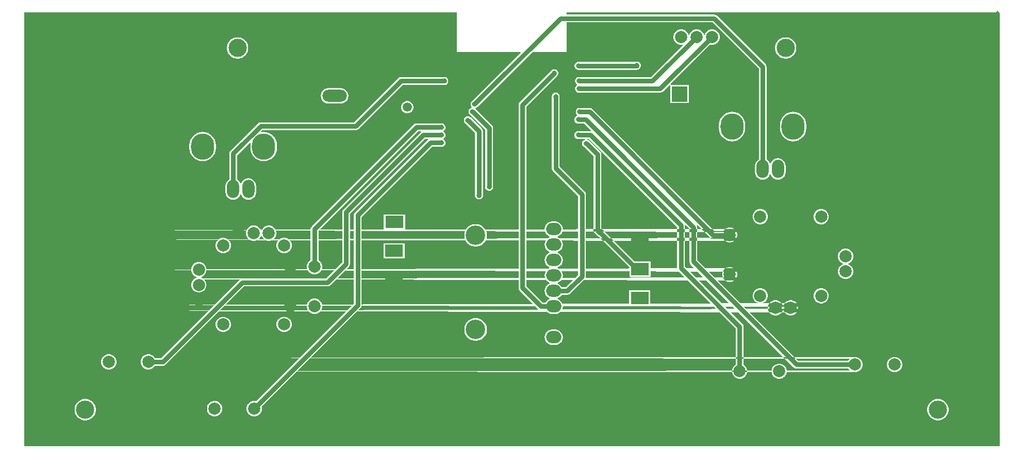
<source format=gbl>
%FSTAX24Y24*%
%MOMM*%
%SFA1B1*%

%IPPOS*%
%ADD19C,0.759998*%
%ADD20O,2.499995X1.999996*%
%ADD21C,3.199994*%
%ADD22C,1.999996*%
%ADD23C,1.999996*%
%ADD24R,2.499995X2.499995*%
%ADD25C,2.499995*%
%ADD26C,1.499997*%
%ADD27O,3.999992X1.999996*%
%ADD28O,1.999996X3.999992*%
%ADD29O,3.809992X4.319991*%
%ADD30O,1.999996X2.999994*%
%ADD31R,2.999994X1.999996*%
%ADD32C,2.999994*%
%ADD33C,0.799998*%
%LNpcb-1*%
%LPD*%
G36*
X1601499Y712499D02*
Y0D01*
X0*
Y713699*
X710299*
Y648699*
X814399*
X814899Y647499*
X735299Y567999*
X735099Y567799*
X733899Y566599*
X732999Y565099*
X732599Y563499*
Y561699*
X732999Y560099*
X733899Y558599*
X734599Y557899*
X734199Y556499*
X733299Y556199*
X731799Y555399*
X730599Y554199*
X729699Y552699*
X729299Y550999*
Y549299*
X729699Y547599*
X730599Y5461*
X731799Y544899*
X733299Y543999*
X756599Y520799*
Y427599*
X756499Y427299*
Y425599*
X756999Y423899*
X757799Y422399*
X759099Y421199*
X760499Y420399*
X762199Y419899*
X763899*
X765599Y420399*
X767099Y421199*
X768299Y422399*
X769199Y423899*
X769599Y425599*
Y427299*
X769499Y427599*
Y523399*
X768999Y525899*
X767599Y527999*
X741199Y554499*
X740599Y554899*
X740799Y556299*
X741699Y556499*
X743199Y557399*
X744399Y558599*
X744499Y5588*
X834399Y648699*
X890299*
Y697099*
X1130199*
X1205899Y621399*
Y471799*
X1203399Y4699*
X1201399Y467299*
X1200099Y464199*
X1199699Y460899*
Y450899*
X1200099Y447699*
X1201399Y444599*
X1203399Y441999*
X1205999Y439999*
X1209099Y438699*
X1212299Y438299*
X1215599Y438699*
X1218699Y439999*
X1221299Y441999*
X1223299Y444599*
X1224099Y446499*
X1225499*
X1226299Y444599*
X1228299Y441999*
X1230899Y439999*
X1233999Y438699*
X1237199Y438299*
X1240499Y438699*
X1243599Y439999*
X1246199Y441999*
X1248199Y444599*
X1249499Y447699*
X1249899Y450899*
Y460899*
X1249499Y464199*
X1248199Y467299*
X1246199Y4699*
X1243599Y471899*
X1240499Y473099*
X1237199Y473599*
X1233999Y473099*
X1230899Y471899*
X1228299Y4699*
X1226299Y467299*
X1225499Y465299*
X1224099*
X1223299Y467299*
X1221299Y4699*
X1218799Y471799*
Y624099*
X1218299Y626599*
X1216899Y628699*
X1137399Y708199*
X1135299Y709599*
X1132799Y710099*
X890299*
Y713699*
X1595099*
X1597699Y716299*
X1601499Y712499*
G37*
%LNpcb-2*%
%LPC*%
G36*
X1130699Y685599D02*
X1127399D01*
X1124199Y684799*
X1121299Y683099*
X1118999Y680799*
X1117299Y677899*
X1116999Y676599*
X1115699*
X1115299Y677899*
X1113699Y680799*
X1111299Y683099*
X1108499Y684799*
X1105299Y685599*
X1101999*
X1098799Y684799*
X1095899Y683099*
X1093599Y680799*
X1091899Y677899*
X1091599Y676599*
X1090299*
X1089899Y677899*
X1088299Y680799*
X1085899Y683099*
X1083099Y684799*
X1079899Y685599*
X1076599*
X1073399Y684799*
X1070499Y683099*
X1068199Y680799*
X1066499Y677899*
X1065699Y674799*
Y671399*
X1066499Y668299*
X1068199Y665399*
X1070499Y663099*
X1073399Y661399*
X1076599Y660599*
X1079899*
X1080299Y660699*
X1080999Y659599*
X1028599Y607199*
X911899*
X911799*
X911499*
X909699*
X908099Y606799*
X906599Y605899*
X905399Y604699*
X904499Y603199*
X903999Y601599*
Y599799*
X904499Y598199*
X905399Y596699*
X906599Y595499*
X907199Y595099*
Y593599*
X906599Y593199*
X905399Y591999*
X904499Y590499*
X903999Y588899*
Y587099*
X904499Y585499*
X905399Y583999*
X906599Y582799*
X908099Y581899*
X909699Y581499*
X911499*
X911699*
X1043899*
X1046399Y581999*
X1048499Y583399*
X1059399Y594299*
X1060599Y593799*
Y593199*
Y564199*
X1090699*
Y594299*
X1061799*
X1061099*
X1060599Y595499*
X1125999Y660899*
X1127399Y660599*
X1130699*
X1133899Y661399*
X1136699Y663099*
X1139099Y665399*
X1140699Y668299*
X1141599Y671399*
Y674799*
X1140699Y677899*
X1139099Y680799*
X1136699Y683099*
X1133899Y684799*
X1130699Y685599*
G37*
G36*
X1251699Y672499D02*
X1248299D01*
X1244899Y671899*
X1241699Y670499*
X1238799Y668599*
X1236399Y666199*
X1234499Y663299*
X1233099Y660099*
X1232499Y656699*
Y653299*
X1233099Y649899*
X1234499Y646699*
X1236399Y643799*
X1238799Y641399*
X1241699Y639499*
X1244899Y638099*
X1248299Y637499*
X1251699*
X1255099Y638099*
X1258299Y639499*
X1261199Y641399*
X1263599Y643799*
X1265499Y646699*
X1266899Y649899*
X1267499Y653299*
Y656699*
X1266899Y660099*
X1265499Y663299*
X1263599Y666199*
X1261199Y668599*
X1258299Y670499*
X1255099Y671899*
X1251699Y672499*
G37*
G36*
X351699D02*
X348299D01*
X344899Y671899*
X341699Y670499*
X338799Y668599*
X336399Y666199*
X334499Y663299*
X333099Y660099*
X332499Y656699*
Y653299*
X333099Y649899*
X334499Y646699*
X336399Y643799*
X338799Y641399*
X341699Y639499*
X344899Y638099*
X348299Y637499*
X351699*
X355099Y638099*
X358299Y639499*
X361199Y641399*
X363599Y643799*
X365499Y646699*
X366899Y649899*
X367499Y653299*
Y656699*
X366899Y660099*
X365499Y663299*
X363599Y666199*
X361199Y668599*
X358299Y670499*
X355099Y671899*
X351699Y672499*
G37*
G36*
X1006699Y632599D02*
X1004999D01*
X10033Y632199*
X1003099Y632099*
X910899*
X910699*
X908899*
X907299Y631699*
X905799Y630799*
X904599Y629599*
X903699Y628099*
X903299Y626499*
Y624699*
X903699Y623099*
X904599Y621599*
X905799Y620399*
X907299Y619499*
X908899Y619099*
X910699*
X910899*
X1005199*
X1007699Y619599*
X1008299Y619999*
X1008399*
X1009899Y620899*
X1011099Y622099*
X1011899Y623599*
X1012399Y625199*
Y626999*
X1011899Y628599*
X1011099Y630099*
X1009899Y631299*
X1008399Y632199*
X1006699Y632599*
G37*
G36*
X690499Y607199D02*
X688699D01*
X688499*
X618499*
X615999Y606699*
X613899Y605299*
X541399Y532799*
X388099*
X385599Y532299*
X383499Y530899*
X338299Y485799*
X336899Y483699*
X336399Y481199*
Y438699*
X333999Y436899*
X331899Y434199*
X330699Y431199*
X330299Y427899*
Y417899*
X330699Y414599*
X331899Y411599*
X333999Y408999*
X336599Y406999*
X339599Y405699*
X3429Y405299*
X346199Y405699*
X349199Y406999*
X351799Y408999*
X353899Y411599*
X354699Y413499*
X355999*
X356799Y411599*
X358799Y408999*
X361499Y406999*
X364499Y405699*
X367799Y405299*
X371099Y405699*
X374099Y406999*
X376699Y408999*
X378699Y411599*
X379999Y414599*
X380399Y417899*
Y427899*
X379999Y431199*
X378699Y434199*
X376699Y436899*
X374099Y438899*
X371099Y440099*
X367799Y440599*
X364499Y440099*
X361499Y438899*
X358799Y436899*
X356799Y434199*
X355999Y432299*
X354699*
X353899Y434199*
X351799Y436899*
X349399Y438699*
Y478499*
X370399Y499499*
X371599Y498899*
X371199Y4953*
Y490199*
X371699Y485999*
X372899Y481899*
X374899Y478199*
X377599Y474899*
X380899Y472199*
X384599Y470199*
X388699Y468899*
X392899Y468499*
X397199Y468899*
X401199Y470199*
X404999Y472199*
X408299Y474899*
X410999Y478199*
X412999Y481899*
X414199Y485999*
X414599Y490199*
Y4953*
X414199Y499499*
X412999Y503599*
X410999Y507399*
X408299Y510599*
X404999Y513299*
X401199Y515299*
X397199Y516599*
X392899Y516999*
X389299Y516599*
X388699Y517899*
X390699Y519899*
X544099*
X546599Y520399*
X548699Y521799*
X621199Y594199*
X688499*
X688699*
X690499*
X692099Y594599*
X693599Y595499*
X694799Y596699*
X695699Y598199*
X696099Y599799*
Y601599*
X695699Y603199*
X694799Y604699*
X693599Y605899*
X692099Y606799*
X690499Y607199*
G37*
G36*
X519299Y588899D02*
X499299D01*
X495999Y588499*
X492899Y587199*
X490299Y585199*
X488299Y582599*
X487099Y579499*
X486599Y576299*
X487099Y572999*
X488299Y569899*
X490299Y567299*
X492899Y565299*
X495999Y564099*
X499299Y563599*
X519299*
X522499Y564099*
X525599Y565299*
X528199Y567299*
X530199Y569899*
X531499Y572999*
X531899Y576299*
X531499Y579499*
X530199Y582599*
X528199Y585199*
X525599Y587199*
X522499Y588499*
X519299Y588899*
G37*
G36*
X629999Y567599D02*
X627299D01*
X624799Y566899*
X622499Y565599*
X620599Y563699*
X619299Y561399*
X618599Y558899*
Y556199*
X619299Y553699*
X620599Y551399*
X622499Y549499*
X624799Y548199*
X627299Y547499*
X629999*
X632499Y548199*
X634799Y549499*
X636699Y551399*
X637999Y553699*
X638699Y556199*
Y558899*
X637999Y561399*
X636699Y563699*
X634799Y565599*
X632499Y566899*
X629999Y567599*
G37*
G36*
X912699Y556499D02*
X910999D01*
X909299Y555999*
X907799Y555099*
X906599Y553899*
X905799Y552399*
X905299Y550799*
Y548999*
X905799Y547399*
X906599Y545899*
X907799Y544699*
Y544399*
X907599Y543399*
X906999Y543199*
X905499Y542399*
X904299Y541099*
X903499Y539599*
X902999Y537999*
Y536299*
X903499Y534599*
X904299Y533099*
X905499Y531899*
X906999Y530999*
X908699Y530599*
X910399*
X910999Y530699*
X918799*
X930199Y519299*
X930099Y519099*
X929499Y518299*
X911899*
X910999Y518099*
X910399Y518299*
X908699*
X906999Y517799*
X905499Y516999*
X904299Y515699*
X903499Y514199*
X902999Y512599*
Y510899*
X903499Y509199*
X904299Y507699*
X905499Y506499*
X906999Y505599*
X908699Y505199*
X910399*
X911399Y505399*
X911899Y505299*
X920399*
X920599Y504099*
X919699Y503799*
X918199Y502999*
X916999Y501799*
X916199Y500299*
X915699Y498599*
Y496899*
X916199Y495199*
X916999Y493699*
X918199Y492499*
X919699Y491699*
X920499Y491399*
X934599Y477399*
Y354999*
X935099Y352499*
X936499Y350399*
X940999Y345899*
X943099Y344499*
X993399Y294199*
Y278299*
X1028499*
Y303399*
X1002499*
X950799Y355099*
X948699Y356499*
X947499Y357699*
Y480099*
X947099Y482499*
X945599Y484599*
X927899Y502399*
X925799Y503799*
X924499Y504099*
X924699Y505299*
X926999*
X1071799Y360499*
Y292999*
X1072199Y290499*
X1073699Y288399*
X1167999Y194099*
Y133899*
X1166799Y133199*
X1164499Y130899*
X1162799Y127999*
X1161999Y124799*
Y121499*
X1162799Y118299*
X1164499Y115499*
X1166799Y113199*
X1169699Y111499*
X1172899Y110599*
X1176199*
X1179399Y111499*
X1182199Y113199*
X1184599Y115499*
X1186199Y118299*
X1187099Y121499*
Y124799*
X1186199Y127999*
X1184599Y130899*
X1182199Y133199*
X1180999Y133899*
Y196699*
X1180499Y199199*
X1179099Y201299*
X1084699Y295699*
Y362999*
X1085499Y363699*
X1085799Y363799*
X1092099Y357499*
Y303499*
X1092599Y301099*
X1093999Y298999*
X1263399Y129499*
X1265499Y128099*
X1267999Y127599*
X1352999*
X1353699Y126399*
X1356099Y123999*
X13589Y122399*
X1362099Y121499*
X1365399*
X1368599Y122399*
X1371499Y123999*
X1373799Y126399*
X1375399Y129199*
X1376299Y132399*
Y135699*
X1375399Y138899*
X1373799Y141799*
X1371499Y144099*
X1368599Y145799*
X1365399Y146599*
X1362099*
X13589Y145799*
X1356099Y144099*
X1353699Y141799*
X1352999Y140499*
X1270699*
X1104999Y306199*
Y360099*
X1104499Y362599*
X1104199Y363099*
X1105199Y363999*
X1126399Y342799*
X1128499Y341399*
X1130899Y340899*
X1147599*
X1148299Y339699*
X1150599Y337299*
X1153499Y335699*
X1156699Y334799*
X1159999*
X1163199Y335699*
X1165999Y337299*
X11684Y339699*
X1169999Y342499*
X1170899Y345699*
Y348999*
X1169999Y352199*
X11684Y355099*
X1165999Y357399*
X1163199Y358999*
X1159999Y359899*
X1156699*
X1153499Y358999*
X1150599Y357399*
X1148299Y355099*
X1147599Y353799*
X1133599*
X932899Y554499*
X930799Y555899*
X928399Y556399*
X912999*
X912699Y556499*
G37*
G36*
X1262399Y549999D02*
X1258099Y549599D01*
X1254099Y548399*
X1250299Y546399*
X1246999Y543699*
X1244299Y540399*
X1242299Y536599*
X1241099Y532599*
X1240699Y528299*
Y523199*
X1241099Y518999*
X1242299Y514899*
X1244299Y511199*
X1246999Y507899*
X1250299Y505199*
X1254099Y503199*
X1258099Y501999*
X1262399Y501499*
X1266599Y501999*
X1270699Y503199*
X1274399Y505199*
X1277699Y507899*
X1280399Y511199*
X1282399Y514899*
X1283699Y518999*
X1284099Y523199*
Y528299*
X1283699Y532599*
X1282399Y536599*
X1280399Y540399*
X1277699Y543699*
X1274399Y546399*
X1270699Y548399*
X1266599Y549599*
X1262399Y549999*
G37*
G36*
X1162099D02*
X1157799Y549599D01*
X1153699Y548399*
X1149999Y546399*
X1146699Y543699*
X1143999Y540399*
X1141999Y536599*
X1140799Y532599*
X1140399Y528299*
Y523199*
X1140799Y518999*
X1141999Y514899*
X1143999Y511199*
X1146699Y507899*
X1149999Y505199*
X1153699Y503199*
X1157799Y501999*
X1162099Y501499*
X1166299Y501999*
X1170399Y503199*
X1174099Y505199*
X1177399Y507899*
X1180099Y511199*
X1182099Y514899*
X1183299Y518999*
X1183699Y523199*
Y528299*
X1183299Y532599*
X1182099Y536599*
X1180099Y540399*
X1177399Y543699*
X1174099Y546399*
X1170399Y548399*
X1166299Y549599*
X1162099Y549999*
G37*
G36*
X684499Y530999D02*
X643899D01*
X641399Y530499*
X639299Y529099*
X471799Y361599*
X470399Y359499*
X4699Y356999*
Y305899*
X468699Y305199*
X466399Y302899*
X464699Y299999*
X463799Y296899*
Y293499*
X464699Y290399*
X466399Y287499*
X468699Y285199*
X471499Y283499*
X474699Y282699*
X477999*
X481199Y283499*
X484099Y285199*
X486399Y287499*
X488099Y290399*
X488899Y293499*
Y296899*
X488099Y299999*
X486399Y302899*
X484099Y305199*
X482899Y305899*
Y354299*
X646599Y517999*
X650899*
X651299Y516799*
X650699Y516399*
X523699Y389399*
X522299Y387299*
X521799Y384799*
Y302399*
X495199Y275699*
X358099*
X355699Y275199*
X353599Y273799*
X224599Y144899*
X214199*
X213499Y146099*
X211099Y148499*
X208299Y150099*
X205099Y150999*
X201799*
X198599Y150099*
X195699Y148499*
X193399Y146099*
X191699Y143299*
X190899Y140099*
Y136799*
X191699Y133599*
X193399Y130699*
X195699Y128399*
X198599Y126699*
X201799Y125899*
X205099*
X208299Y126699*
X211099Y128399*
X213499Y130699*
X214199Y131999*
X227299*
X229799Y132399*
X231899Y133899*
X360799Y262799*
X497799*
X500299Y263299*
X502399Y264699*
X532899Y295099*
X534299Y297199*
X534799Y299699*
Y382099*
X657999Y505299*
X662399*
X662699Y504099*
X662199Y503699*
X542799Y384299*
X541399Y382199*
X540899Y379699*
Y234299*
X380399Y073899*
X379099Y074199*
X375799*
X372599Y073399*
X369699Y071699*
X367399Y069399*
X365699Y066499*
X364899Y063299*
Y059999*
X365699Y056799*
X367399Y053999*
X369699Y051599*
X372599Y049999*
X375799Y049099*
X379099*
X382299Y049999*
X385099Y051599*
X387499Y053999*
X389099Y056799*
X389999Y059999*
Y063299*
X389599Y064699*
X551899Y227099*
X553399Y229199*
X553799Y231599*
Y376999*
X669399Y492599*
X683299*
X684199Y492399*
X685899*
X687499Y492899*
X688999Y493699*
X690199Y494899*
X691099Y496399*
X691599Y498099*
Y499799*
X691099Y501499*
X690199Y502999*
X688999Y504199*
X688399Y504599*
Y505999*
X688999Y506399*
X690199Y507599*
X691099Y509099*
X691599Y510799*
Y512499*
X691099Y514199*
X690199Y515699*
X688999Y516899*
X688399Y517299*
Y518699*
X688999Y519099*
X690199Y520299*
X691099Y521799*
X691599Y523499*
Y525199*
X691099Y526899*
X690199Y528399*
X688999Y529599*
X687499Y530399*
X685899Y530899*
X684999*
X684499Y530999*
G37*
G36*
X292599Y516999D02*
X288399Y516599D01*
X284299Y515299*
X280599Y513299*
X277299Y510599*
X274599Y507399*
X272599Y503599*
X271299Y499499*
X270899Y4953*
Y490199*
X271299Y485999*
X272599Y481899*
X274599Y478199*
X277299Y474899*
X280599Y472199*
X284299Y470199*
X288399Y468899*
X292599Y468499*
X296799Y468899*
X300899Y470199*
X304699Y472199*
X307899Y474899*
X310599Y478199*
X312699Y481899*
X313899Y485999*
X314299Y490199*
Y4953*
X313899Y499499*
X312699Y503599*
X310599Y507399*
X307899Y510599*
X304699Y513299*
X300899Y515299*
X296799Y516599*
X292599Y516999*
G37*
G36*
X729099Y542699D02*
X727299D01*
X725699Y542299*
X724199Y541399*
X722999Y540199*
X722099Y538699*
X721699Y536999*
Y535299*
X722099Y533599*
X722999Y532199*
X724199Y530899*
X725699Y530099*
X740099Y515699*
Y413599*
X739999Y413399*
Y411599*
X740499Y409999*
X741299Y408499*
X742499Y407299*
X743999Y4064*
X745699Y405999*
X747399*
X749099Y4064*
X750599Y407299*
X751799Y408499*
X752699Y409999*
X753099Y411599*
Y413399*
X752999Y413599*
Y518399*
X752499Y520799*
X751099Y522899*
X733599Y540499*
X731499Y541899*
X731199Y541999*
X730699Y542299*
X729099Y542699*
G37*
G36*
X1309999Y389899D02*
X1306699D01*
X1303499Y388999*
X1300599Y387399*
X1298299Y385099*
X1296599Y382199*
X1295799Y378999*
Y375699*
X1296599Y372499*
X1298299Y369699*
X1300599Y367299*
X1303499Y365699*
X1306699Y364799*
X1309999*
X1313199Y365699*
X1315999Y367299*
X1318399Y369699*
X1319999Y372499*
X1320899Y375699*
Y378999*
X1319999Y382199*
X1318399Y385099*
X1315999Y387399*
X1313199Y388999*
X1309999Y389899*
G37*
G36*
X1209999D02*
X1206699D01*
X1203499Y388999*
X1200599Y387399*
X1198299Y385099*
X1196599Y382199*
X1195799Y378999*
Y375699*
X1196599Y372499*
X1198299Y369699*
X1200599Y367299*
X1203499Y365699*
X1206699Y364799*
X1209999*
X1213199Y365699*
X1215999Y367299*
X1218399Y369699*
X1219999Y372499*
X1220899Y375699*
Y378999*
X1219999Y382199*
X1218399Y385099*
X1215999Y387399*
X1213199Y388999*
X1209999Y389899*
G37*
G36*
X625199Y381199D02*
X590099D01*
Y356099*
X625199*
Y381199*
G37*
G36*
X402999Y362699D02*
X399699D01*
X396499Y361899*
X3937Y360199*
X391399Y357899*
X389699Y354999*
X389499Y354399*
X388299*
X388099Y354999*
X386399Y357899*
X384099Y360199*
X381199Y361899*
X377999Y362699*
X374699*
X371499Y361899*
X368699Y360199*
X366399Y357899*
X364699Y354999*
X363799Y351899*
Y348499*
X364699Y345399*
X366399Y342499*
X368699Y340199*
X371499Y338499*
X374699Y337699*
X377999*
X381199Y338499*
X384099Y340199*
X386399Y342499*
X388099Y345399*
X388299Y345999*
X389499*
X389699Y345399*
X391399Y342499*
X3937Y340199*
X396499Y338499*
X399699Y337699*
X402999*
X406199Y338499*
X409099Y340199*
X411399Y342499*
X413099Y345399*
X413899Y348499*
Y351899*
X413099Y354999*
X411399Y357899*
X409099Y360199*
X406199Y361899*
X402999Y362699*
G37*
G36*
X742799Y365199D02*
X739099D01*
X735499Y364499*
X732199Y363099*
X729099Y361099*
X726499Y358499*
X724499Y355499*
X723099Y352099*
X722399Y348499*
Y344899*
X723099Y341299*
X724499Y337899*
X726499Y334899*
X729099Y332299*
X732199Y330299*
X735499Y328899*
X739099Y328099*
X742799*
X746299Y328899*
X749699Y330299*
X752799Y332299*
X755299Y334899*
X757399Y337899*
X758799Y341299*
X759499Y344899*
Y348499*
X758799Y352099*
X757399Y355499*
X755299Y358499*
X752799Y361099*
X749699Y363099*
X746299Y364499*
X742799Y365199*
G37*
G36*
X427999Y342699D02*
X424699D01*
X421499Y341899*
X418699Y340199*
X416399Y337899*
X414699Y334999*
X413799Y331899*
Y328499*
X414699Y325399*
X416399Y322499*
X418699Y320199*
X421499Y318499*
X424699Y317699*
X427999*
X431199Y318499*
X434099Y320199*
X436399Y322499*
X438099Y325399*
X438899Y328499*
Y331899*
X438099Y334999*
X436399Y337899*
X434099Y340199*
X431199Y341899*
X427999Y342699*
G37*
G36*
X327999D02*
X324699D01*
X321499Y341899*
X318699Y340199*
X316399Y337899*
X314699Y334999*
X313899Y331899*
Y328499*
X314699Y325399*
X316399Y322499*
X318699Y320199*
X321499Y318499*
X324699Y317699*
X327999*
X331199Y318499*
X334099Y320199*
X336399Y322499*
X338099Y325399*
X338899Y328499*
Y331899*
X338099Y334999*
X336399Y337899*
X334099Y340199*
X331199Y341899*
X327999Y342699*
G37*
G36*
X624599Y333799D02*
X589499D01*
Y308799*
X624599*
Y333799*
G37*
G36*
X1349999Y324899D02*
X1346699D01*
X1343499Y323999*
X1340599Y322399*
X1338299Y320099*
X1336599Y317199*
X1335799Y313999*
Y310699*
X1336599Y307499*
X1338299Y304699*
X1340599Y302299*
X1343499Y300699*
X1344199Y300499*
Y299199*
X1343499Y298999*
X1340599Y297399*
X1338299Y294999*
X1336599Y292199*
X1335799Y288999*
Y285699*
X1336599Y282499*
X1338299Y279699*
X1340599Y277299*
X1343499Y275699*
X1346699Y274799*
X1349999*
X1353199Y275699*
X1355999Y277299*
X1358399Y279699*
X1359999Y282499*
X1360899Y285699*
Y288999*
X1359999Y292199*
X1358399Y294999*
X1355999Y297399*
X1353199Y298999*
X1352499Y299199*
Y300499*
X1353199Y300699*
X1355999Y302299*
X1358399Y304699*
X1359999Y307499*
X1360899Y310699*
Y313999*
X1359999Y317199*
X1358399Y320099*
X1355999Y322399*
X1353199Y323999*
X1349999Y324899*
G37*
G36*
X1159999Y294899D02*
X1156699D01*
X1153499Y293999*
X1150599Y292399*
X1148299Y289999*
X1146599Y287199*
X1145799Y283999*
Y280699*
X1146599Y277499*
X1148299Y274699*
X1150599Y272299*
X1153499Y270699*
X1156699Y269799*
X1159999*
X1163199Y270699*
X1165999Y272299*
X11684Y274699*
X1169999Y277499*
X1170899Y280699*
Y283999*
X1169999Y287199*
X11684Y289999*
X1165999Y292399*
X1163199Y293999*
X1159999Y294899*
G37*
G36*
X287999Y302699D02*
X284699D01*
X281499Y301899*
X278699Y300199*
X276399Y297899*
X274699Y294999*
X273799Y291899*
Y288499*
X274699Y285399*
X276399Y282499*
X278699Y280199*
X281499Y278499*
X282199Y278299*
Y277099*
X281499Y276899*
X278699Y275199*
X276399Y272899*
X274699Y269999*
X273799Y266899*
Y263499*
X274699Y260399*
X276399Y257499*
X278699Y255199*
X281499Y253499*
X284699Y252699*
X287999*
X291199Y253499*
X294099Y255199*
X296399Y257499*
X298099Y260399*
X298899Y263499*
Y266899*
X298099Y269999*
X296399Y272899*
X294099Y275199*
X291199Y276899*
X290599Y277099*
Y278299*
X291199Y278499*
X294099Y280199*
X296399Y282499*
X298099Y285399*
X298899Y288499*
Y291899*
X298099Y294999*
X296399Y297899*
X294099Y300199*
X291199Y301899*
X287999Y302699*
G37*
G36*
X1309999Y259899D02*
X1306699D01*
X1303499Y258999*
X1300599Y257399*
X1298299Y255099*
X1296599Y252199*
X1295799Y248999*
Y245699*
X1296599Y242499*
X1298299Y239699*
X1300599Y237299*
X1303499Y235699*
X1306699Y234799*
X1309999*
X1313199Y235699*
X1315999Y237299*
X1318399Y239699*
X1319999Y242499*
X1320899Y245699*
Y248999*
X1319999Y252199*
X1318399Y255099*
X1315999Y257399*
X1313199Y258999*
X1309999Y259899*
G37*
G36*
X1209999D02*
X1206699D01*
X1203499Y258999*
X1200599Y257399*
X1198299Y255099*
X1196599Y252199*
X1195799Y248999*
Y245699*
X1196599Y242499*
X1198299Y239699*
X1200599Y237299*
X1203499Y235699*
X1206699Y234799*
X1209999*
X1213199Y235699*
X1215999Y237299*
X1218399Y239699*
X1219999Y242499*
X1220899Y245699*
Y248999*
X1219999Y252199*
X1218399Y255099*
X1215999Y257399*
X1213199Y258999*
X1209999Y259899*
G37*
G36*
X1259999Y239899D02*
X1256699D01*
X1253499Y238999*
X1250599Y237399*
X1248299Y235099*
X1246599Y232199*
X1246499Y231499*
X1245199*
X1244999Y232199*
X1243399Y235099*
X1240999Y237399*
X1238199Y238999*
X1234999Y239899*
X1231699*
X1228499Y238999*
X1225599Y237399*
X1223299Y235099*
X1221599Y232199*
X1220799Y228999*
Y225699*
X1221599Y222499*
X1223299Y219699*
X1225599Y217299*
X1228499Y215699*
X1231699Y214799*
X1234999*
X1238199Y215699*
X1240999Y217299*
X1243399Y219699*
X1244999Y222499*
X1245199Y223199*
X1246499*
X1246599Y222499*
X1248299Y219699*
X1250599Y217299*
X1253499Y215699*
X1256699Y214799*
X1259999*
X1263199Y215699*
X1265999Y217299*
X1268399Y219699*
X127Y222499*
X1270899Y225699*
Y228999*
X127Y232199*
X1268399Y235099*
X1265999Y237399*
X1263199Y238999*
X1259999Y239899*
G37*
G36*
X1027799Y256099D02*
X992799D01*
Y230999*
X1027799*
Y256099*
G37*
G36*
X477999Y242699D02*
X474699D01*
X471499Y241899*
X468699Y240199*
X466399Y237899*
X464699Y234999*
X463799Y231899*
Y228499*
X464699Y225399*
X466399Y222499*
X468699Y220199*
X471499Y218499*
X474699Y217699*
X477999*
X481199Y218499*
X484099Y220199*
X486399Y222499*
X488099Y225399*
X488899Y228499*
Y231899*
X488099Y234999*
X486399Y237899*
X484099Y240199*
X481199Y241899*
X477999Y242699*
G37*
G36*
X870799Y619899D02*
X869099D01*
X867399Y619499*
X865899Y618599*
X864699Y617399*
X864599Y617199*
X813299Y565899*
X811899Y563799*
X811399Y561299*
Y260299*
X811899Y257899*
X813299Y255799*
X843799Y225299*
X845899Y223899*
X848399Y223399*
X855899*
X857799Y220899*
X860399Y218899*
X863399Y217599*
X866699Y217199*
X871699*
X874999Y217599*
X877999Y218899*
X880699Y220899*
X882699Y223499*
X883899Y226599*
X884399Y229899*
X883899Y233099*
X882699Y236199*
X880699Y238799*
X877999Y240799*
X875499Y241899*
Y243199*
X877999Y244299*
X880699Y246299*
X882499Y248799*
X891499*
X893999Y249299*
X896099Y250699*
X920199Y274799*
X921699Y276899*
X922099Y2794*
Y413999*
X921699Y416499*
X920199Y418599*
X878999Y459899*
Y573699*
Y573999*
Y575699*
X878599Y577399*
X878499Y577499*
Y577799*
X877099Y579899*
X874999Y581299*
X872499Y581799*
X869999Y581299*
X867899Y579899*
X866499Y577799*
X866399Y577499*
Y577399*
X865999Y575699*
Y573999*
Y573799*
Y4572*
X866499Y454699*
X867899Y452599*
X909199Y411299*
Y282099*
X888799Y261699*
X882499*
X880699Y264199*
X877999Y266199*
X875499Y267299*
Y268599*
X877999Y269699*
X880699Y271699*
X882699Y274299*
X883899Y277399*
X884399Y280699*
X883899Y283899*
X882699Y286999*
X880699Y289599*
X877999Y291599*
X875499Y292699*
Y293999*
X877999Y295099*
X880699Y297099*
X882699Y299699*
X883899Y302799*
X884399Y305999*
X883899Y309299*
X882699Y312399*
X880699Y314999*
X877999Y316999*
X875499Y318099*
Y319399*
X877999Y320499*
X880699Y322499*
X882699Y325099*
X883899Y328199*
X884399Y331499*
X883899Y334699*
X882699Y337799*
X880699Y340399*
X877999Y342399*
X875499Y343499*
Y344799*
X877999Y345899*
X880699Y347899*
X882699Y350499*
X883899Y353599*
X884399Y356899*
X883899Y360099*
X882699Y363199*
X880699Y365799*
X877999Y367799*
X874999Y369099*
X871699Y369499*
X866699*
X863399Y369099*
X860399Y367799*
X857799Y365799*
X855799Y363199*
X854499Y360099*
X854099Y356899*
X854499Y353599*
X855799Y350499*
X857799Y347899*
X860399Y345899*
X862899Y344799*
Y343499*
X860399Y342399*
X857799Y340399*
X855799Y337799*
X854499Y334699*
X854099Y331499*
X854499Y328199*
X855799Y325099*
X857799Y322499*
X860399Y320499*
X862899Y319399*
Y318099*
X860399Y316999*
X857799Y314999*
X855799Y312399*
X854499Y309299*
X854099Y305999*
X854499Y302799*
X855799Y299699*
X857799Y297099*
X860399Y295099*
X862899Y293999*
Y292699*
X860399Y291599*
X857799Y289599*
X855799Y286999*
X854499Y283899*
X854099Y280699*
X854499Y277399*
X855799Y274299*
X857799Y271699*
X860399Y269699*
X862899Y268599*
Y267299*
X860399Y266199*
X857799Y264199*
X855799Y261599*
X854499Y258499*
X854099Y255199*
X854499Y251999*
X855799Y248899*
X857799Y246299*
X860399Y244299*
X862899Y243199*
Y241899*
X860399Y240799*
X857799Y238799*
X855899Y236299*
X851099*
X824399Y262999*
Y558699*
X873699Y608099*
X873999Y608199*
X875199Y609399*
X875999Y610899*
X876499Y612499*
Y614299*
X875999Y615899*
X875199Y617399*
X873999Y618599*
X872499Y619499*
X870799Y619899*
G37*
G36*
X427999Y212699D02*
X424699D01*
X421499Y211899*
X418699Y210199*
X416399Y207899*
X414699Y204999*
X413799Y201899*
Y198499*
X414699Y195399*
X416399Y192499*
X418699Y190199*
X421499Y188499*
X424699Y187699*
X427999*
X431199Y188499*
X434099Y190199*
X436399Y192499*
X438099Y195399*
X438899Y198499*
Y201899*
X438099Y204999*
X436399Y207899*
X434099Y210199*
X431199Y211899*
X427999Y212699*
G37*
G36*
X327999D02*
X324699D01*
X321499Y211899*
X318699Y210199*
X316399Y207899*
X314699Y204999*
X313899Y201899*
Y198499*
X314699Y195399*
X316399Y192499*
X318699Y190199*
X321499Y188499*
X324699Y187699*
X327999*
X331199Y188499*
X334099Y190199*
X336399Y192499*
X338099Y195399*
X338899Y198499*
Y201899*
X338099Y204999*
X336399Y207899*
X334099Y210199*
X331199Y211899*
X327999Y212699*
G37*
G36*
X742799Y210299D02*
X739099D01*
X735499Y209599*
X732199Y208199*
X729099Y206199*
X726499Y203599*
X724499Y200499*
X723099Y197199*
X722399Y193599*
Y189899*
X723099Y186299*
X724499Y182999*
X726499Y179899*
X729099Y177299*
X732199Y175299*
X735499Y173899*
X739099Y173199*
X742799*
X746299Y173899*
X749699Y175299*
X752799Y177299*
X755299Y179899*
X757399Y182999*
X758799Y186299*
X759499Y189899*
Y193599*
X758799Y197199*
X757399Y200499*
X755299Y203599*
X752799Y206199*
X749699Y208199*
X746299Y209599*
X742799Y210299*
G37*
G36*
X871699Y191699D02*
X866699D01*
X863399Y191299*
X860399Y189999*
X857799Y187999*
X855799Y185399*
X854499Y182299*
X854099Y179099*
X854499Y175799*
X855799Y172699*
X857799Y170099*
X860399Y168099*
X863399Y166799*
X866699Y166399*
X871699*
X874999Y166799*
X877999Y168099*
X880699Y170099*
X882699Y172699*
X883899Y175799*
X884399Y179099*
X883899Y182299*
X882699Y185399*
X880699Y187999*
X877999Y189999*
X874999Y191299*
X871699Y191699*
G37*
G36*
X140099Y150999D02*
X136799D01*
X133599Y150099*
X130699Y148499*
X128399Y146099*
X126699Y143299*
X125899Y140099*
Y136799*
X126699Y133599*
X128399Y130699*
X130699Y128399*
X133599Y126699*
X136799Y125899*
X140099*
X143299Y126699*
X146099Y128399*
X148499Y130699*
X150099Y133599*
X150999Y136799*
Y140099*
X150099Y143299*
X148499Y146099*
X146099Y148499*
X143299Y150099*
X140099Y150999*
G37*
G36*
X1430399Y146599D02*
X1427099D01*
X1423899Y145799*
X1421099Y144099*
X1418699Y141799*
X1417099Y138899*
X1416199Y135699*
Y132399*
X1417099Y129199*
X1418699Y126399*
X1421099Y123999*
X1423899Y122399*
X1427099Y121499*
X1430399*
X1433599Y122399*
X1436399Y123999*
X1438799Y126399*
X1440399Y129199*
X1441299Y132399*
Y135699*
X1440399Y138899*
X1438799Y141799*
X1436399Y144099*
X1433599Y145799*
X1430399Y146599*
G37*
G36*
X1241199Y135699D02*
X1237899D01*
X1234699Y134899*
X1231799Y133199*
X1229499Y130899*
X1227799Y127999*
X1226999Y124799*
Y121499*
X1227799Y118299*
X1229499Y115499*
X1231799Y113199*
X1234699Y111499*
X1237899Y110599*
X1241199*
X1244399Y111499*
X1247199Y113199*
X1249599Y115499*
X1251199Y118299*
X1252099Y121499*
Y124799*
X1251199Y127999*
X1249599Y130899*
X1247199Y133199*
X1244399Y134899*
X1241199Y135699*
G37*
G36*
X314099Y074199D02*
X310799D01*
X307599Y073399*
X304699Y071699*
X302399Y069399*
X300699Y066499*
X299899Y063299*
Y059999*
X300699Y056799*
X302399Y053999*
X304699Y051599*
X307599Y049999*
X310799Y049099*
X314099*
X317299Y049999*
X320099Y051599*
X322499Y053999*
X324099Y056799*
X324999Y059999*
Y063299*
X324099Y066499*
X322499Y069399*
X320099Y071699*
X317299Y073399*
X314099Y074199*
G37*
G36*
X1501699Y077499D02*
X1498299D01*
X1494899Y076899*
X1491699Y075499*
X1488799Y073599*
X1486399Y071199*
X1484499Y068299*
X1483099Y065099*
X1482499Y061699*
Y058299*
X1483099Y054899*
X1484499Y051699*
X1486399Y048799*
X1488799Y046399*
X1491699Y044499*
X1494899Y043099*
X1498299Y042499*
X1501699*
X1505099Y043099*
X1508299Y044499*
X1511199Y046399*
X1513599Y048799*
X1515499Y051699*
X1516899Y054899*
X1517499Y058299*
Y061699*
X1516899Y065099*
X1515499Y068299*
X1513599Y071199*
X1511199Y073599*
X1508299Y075499*
X1505099Y076899*
X1501699Y077499*
G37*
G36*
X101699D02*
X098299D01*
X094899Y076899*
X091699Y075499*
X088799Y073599*
X086399Y071199*
X084499Y068299*
X083099Y065099*
X082499Y061699*
Y058299*
X083099Y054899*
X084499Y051699*
X086399Y048799*
X088799Y046399*
X091699Y044499*
X094899Y043099*
X098299Y042499*
X101699*
X105099Y043099*
X108299Y044499*
X111199Y046399*
X113599Y048799*
X115499Y051699*
X116899Y054899*
X117499Y058299*
Y061699*
X116899Y065099*
X115499Y068299*
X113599Y071199*
X111199Y073599*
X108299Y075499*
X105099Y076899*
X101699Y077499*
G37*
%LNpcb-3*%
%LPD*%
G54D19*
X728999Y535899D02*
X746599Y518399D01*
Y412499D02*
Y518399D01*
X7366Y549899D02*
X763099Y523399D01*
Y426499D02*
Y523399D01*
X848399Y229899D02*
X869199D01*
X817899Y260299D02*
Y561299D01*
Y260299D02*
X848399Y229899D01*
X869199Y255199D02*
X891499D01*
X915699Y2794D02*
Y413999D01*
X891499Y255199D02*
X915699Y2794D01*
X872499Y4572D02*
Y575299D01*
X817899Y561299D02*
X869999Y613399D01*
X880099Y703599D02*
X1132799D01*
X739099Y562599D02*
X880099Y703599D01*
X1132799D02*
X1212299Y624099D01*
Y455899D02*
Y624099D01*
X618499Y600699D02*
X689599D01*
X544099Y526299D02*
X618499Y600699D01*
X388099Y526299D02*
X544099D01*
X3429Y481199D02*
X388099Y526299D01*
X3429Y422899D02*
Y481199D01*
X547399Y379699D02*
X666799Y499099D01*
X684499*
X547399Y231599D02*
Y379699D01*
X377399Y061699D02*
X547399Y231599D01*
X528299Y299699D02*
Y384799D01*
X655299Y511799*
X497799Y269199D02*
X528299Y299699D01*
X358099Y269199D02*
X497799D01*
X655299Y511799D02*
X684499D01*
X227299Y138399D02*
X358099Y269199D01*
X203399Y138399D02*
X227299D01*
X643899Y524499D02*
X684499D01*
X476399Y356999D02*
X643899Y524499D01*
X476399Y295199D02*
Y356999D01*
X910599Y537199D02*
X921499D01*
X1098599Y360099*
Y303499D02*
Y360099D01*
X911899Y511799D02*
X929599D01*
X1078199Y363199*
Y292999D02*
Y363199D01*
X923299Y497799D02*
X941099Y480099D01*
Y354999D02*
Y480099D01*
X945499Y350499D02*
X946199D01*
X941099Y354999D02*
X945499Y350499D01*
X1098599Y303499D02*
X1267999Y134099D01*
X1363799*
X1078199Y292999D02*
X1174499Y196699D01*
Y123199D02*
Y196699D01*
X911899Y549899D02*
X928399D01*
X1130899Y347399*
X1158299*
X1005899Y290799D02*
X1010899D01*
X946199Y350499D02*
X1005899Y290799D01*
X872499Y4572D02*
X915699Y413999D01*
X1005199Y625599D02*
X1005699Y626099D01*
X909799Y625599D02*
X1005199D01*
X1005699Y626099D02*
X1005799D01*
X910599Y587999D02*
X1043899D01*
X1128999Y6731*
X911899Y600699D02*
X1031199D01*
X1103599Y6731*
G54D20*
X869199Y179099D03*
Y204399D03*
Y229899D03*
Y255199D03*
Y280699D03*
Y305999D03*
Y331499D03*
Y356899D03*
G54D21*
X740899Y191699D03*
Y346699D03*
G54D22*
X1348299Y287399D03*
X1158299Y347399D03*
X1348299Y312399D03*
X1198299Y282399D03*
X1158299D03*
X1198299Y347399D03*
X1308299Y247399D03*
X1208299D03*
X1308299Y377399D03*
X1208299D03*
X1233299Y227399D03*
X1258299D03*
X1283299D03*
X1348299Y337399D03*
X1052799Y6731D03*
X1078199D03*
X1103599D03*
X1128999D03*
X286399Y290199D03*
X476399Y230199D03*
X286399Y265199D03*
X436399Y295199D03*
X476399D03*
X436399Y230199D03*
X326399Y3302D03*
X426399D03*
X326399Y200199D03*
X426399D03*
X401399Y350199D03*
X376399D03*
X351399D03*
X286399Y240199D03*
G54D23*
X138399Y183399D03*
X203399D03*
Y138399D03*
X138399D03*
X312399Y106699D03*
X377399D03*
Y061699D03*
X312399D03*
X1363799Y179099D03*
X1428799D03*
Y134099D03*
X1363799D03*
X1239499Y078199D03*
X1174499D03*
Y123199D03*
X1239499D03*
G54D24*
X1075699Y579199D03*
G54D25*
X1075699Y505499D03*
G54D26*
X628699Y557499D03*
Y539699D03*
G54D27*
X509299Y576299D03*
Y636299D03*
G54D28*
X458299Y609299D03*
G54D29*
X392899Y492799D03*
X292599D03*
X1262399Y525799D03*
X1162099D03*
G54D30*
X367799Y422899D03*
X3429D03*
X317999D03*
X1237199Y455899D03*
X1212299D03*
X1187499D03*
G54D31*
X1010299Y243499D03*
X1010899Y290799D03*
Y337799D03*
X607699Y368599D03*
X607099Y321299D03*
Y274299D03*
G54D32*
X349999Y654999D03*
X1249999D03*
X099999Y059999D03*
X1499999D03*
G54D33*
X728199Y536199D03*
X735799Y550099D03*
X746599Y412499D03*
X763099Y426499D03*
X869999Y613399D03*
X739099Y562599D03*
X689599Y600699D03*
X684999Y498999D03*
Y511699D03*
Y524399D03*
X922299Y497799D03*
X909599Y537099D03*
Y511699D03*
X911899Y549899D03*
X872499Y574899D03*
X1005799Y626099D03*
X909799Y625599D03*
X910599Y587999D03*
Y600699D03*
M02*
</source>
